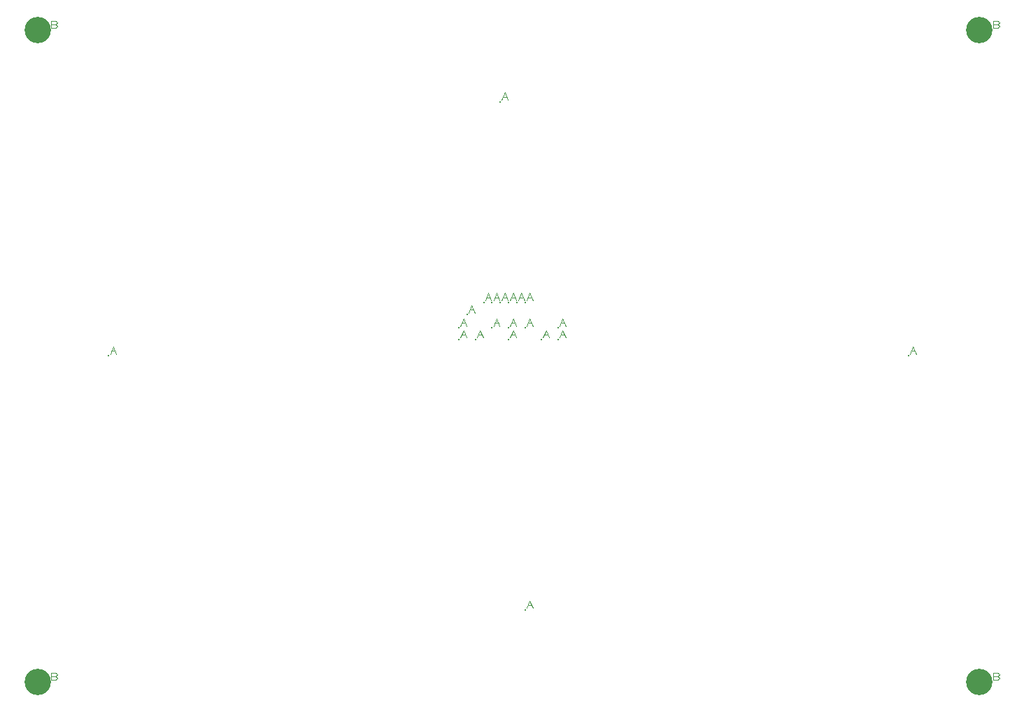
<source format=gbr>
G04 GENERATED BY PULSONIX 7.0 GERBER.DLL 4573*
%INHILLSTAR_95X60_4LAYER_EL_V1_0_2*%
%LNGERBER_DRILL*%
%FSLAX33Y33*%
%IPPOS*%
%LPD*%
%OFA0B0*%
%MOMM*%
%ADD15C,0.125*%
%ADD146C,0.250*%
%ADD698C,3.200*%
X0Y0D02*
D02*
D15*
X75468Y90218D02*
X75615Y90144D01*
X75688Y89997*
X75615Y89850*
X75468Y89777*
X74953*
Y90659*
X75468*
X75615Y90586*
X75688Y90439*
X75615Y90292*
X75468Y90218*
X74953*
X75468Y169218D02*
X75615Y169144D01*
X75688Y168997*
X75615Y168850*
X75468Y168777*
X74953*
Y169659*
X75468*
X75615Y169586*
X75688Y169439*
X75615Y169292*
X75468Y169218*
X74953*
X82078Y129277D02*
X82446Y130159D01*
X82813Y129277*
X82225Y129644D02*
X82666Y129644D01*
X124478Y131277D02*
X124846Y132159D01*
X125213Y131277*
X124625Y131644D02*
X125066Y131644D01*
X124478Y132677D02*
X124846Y133559D01*
X125213Y132677*
X124625Y133044D02*
X125066Y133044D01*
X125478Y134277D02*
X125846Y135159D01*
X126213Y134277*
X125625Y134644D02*
X126066Y134644D01*
X126478Y131277D02*
X126846Y132159D01*
X127213Y131277*
X126625Y131644D02*
X127066Y131644D01*
X127478Y135777D02*
X127846Y136659D01*
X128213Y135777*
X127625Y136144D02*
X128066Y136144D01*
X128478Y132677D02*
X128846Y133559D01*
X129213Y132677*
X128625Y133044D02*
X129066Y133044D01*
X128478Y135777D02*
X128846Y136659D01*
X129213Y135777*
X128625Y136144D02*
X129066Y136144D01*
X129478Y135777D02*
X129846Y136659D01*
X130213Y135777*
X129625Y136144D02*
X130066Y136144D01*
X129478Y160077D02*
X129846Y160959D01*
X130213Y160077*
X129625Y160444D02*
X130066Y160444D01*
X130478Y131277D02*
X130846Y132159D01*
X131213Y131277*
X130625Y131644D02*
X131066Y131644D01*
X130478Y132677D02*
X130846Y133559D01*
X131213Y132677*
X130625Y133044D02*
X131066Y133044D01*
X130478Y135777D02*
X130846Y136659D01*
X131213Y135777*
X130625Y136144D02*
X131066Y136144D01*
X131478Y135777D02*
X131846Y136659D01*
X132213Y135777*
X131625Y136144D02*
X132066Y136144D01*
X132478Y98477D02*
X132846Y99359D01*
X133213Y98477*
X132625Y98844D02*
X133066Y98844D01*
X132478Y132677D02*
X132846Y133559D01*
X133213Y132677*
X132625Y133044D02*
X133066Y133044D01*
X132478Y135777D02*
X132846Y136659D01*
X133213Y135777*
X132625Y136144D02*
X133066Y136144D01*
X134478Y131277D02*
X134846Y132159D01*
X135213Y131277*
X134625Y131644D02*
X135066Y131644D01*
X136478Y131277D02*
X136846Y132159D01*
X137213Y131277*
X136625Y131644D02*
X137066Y131644D01*
X136478Y132677D02*
X136846Y133559D01*
X137213Y132677*
X136625Y133044D02*
X137066Y133044D01*
X178878Y129277D02*
X179246Y130159D01*
X179613Y129277*
X179025Y129644D02*
X179466Y129644D01*
X189468Y90218D02*
X189615Y90144D01*
X189688Y89997*
X189615Y89850*
X189468Y89777*
X188953*
Y90659*
X189468*
X189615Y90586*
X189688Y90439*
X189615Y90292*
X189468Y90218*
X188953*
X189468Y169218D02*
X189615Y169144D01*
X189688Y168997*
X189615Y168850*
X189468Y168777*
X188953*
Y169659*
X189468*
X189615Y169586*
X189688Y169439*
X189615Y169292*
X189468Y169218*
X188953*
D02*
D146*
X81891Y129056D03*
X124291Y131056D03*
Y132456D03*
X125291Y134056D03*
X126291Y131056D03*
X127291Y135556D03*
X128291Y132456D03*
Y135556D03*
X129291D03*
Y159856D03*
X130291Y131056D03*
Y132456D03*
Y135556D03*
X131291D03*
X132291Y98256D03*
Y132456D03*
Y135556D03*
X134291Y131056D03*
X136291D03*
Y132456D03*
X178691Y129056D03*
D02*
D698*
X73291Y89556D03*
Y168556D03*
X187291Y89556D03*
Y168556D03*
X0Y0D02*
M02*

</source>
